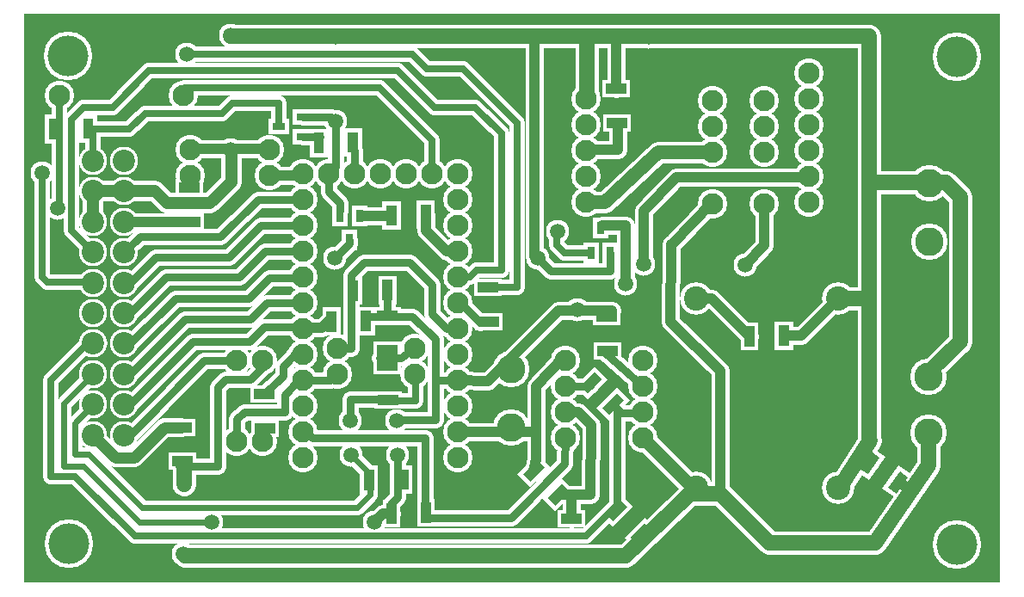
<source format=gbr>
%FSLAX34Y34*%
%MOMM*%
%LNCOPPER_TOP*%
G71*
G01*
%ADD10C,2.900*%
%ADD11C,1.800*%
%ADD12C,2.300*%
%ADD13C,1.600*%
%ADD14C,2.100*%
%ADD15C,1.400*%
%ADD16R,2.800X1.800*%
%ADD17C,1.500*%
%ADD18C,2.150*%
%ADD19R,1.800X2.800*%
%ADD20C,3.600*%
%ADD21R,1.600X2.100*%
%ADD22R,2.100X1.600*%
%ADD23C,4.800*%
%ADD24C,2.800*%
%ADD25C,1.900*%
%ADD26C,2.000*%
%ADD27C,3.200*%
%ADD28C,2.300*%
%ADD29C,2.100*%
%ADD30C,1.000*%
%ADD31C,0.800*%
%ADD32C,1.300*%
%ADD33C,0.600*%
%ADD34R,2.000X1.000*%
%ADD35C,0.700*%
%ADD36C,1.350*%
%ADD37R,1.000X2.000*%
%ADD38C,2.800*%
%ADD39R,0.800X1.300*%
%ADD40R,1.300X0.800*%
%ADD41C,4.000*%
%ADD42C,2.200*%
%ADD43C,1.100*%
%ADD44C,1.200*%
%ADD45C,2.400*%
%ADD46C,1.500*%
%LPD*%
G36*
X-128Y-958D02*
X959872Y-958D01*
X959872Y-560958D01*
X-128Y-560958D01*
X-128Y-958D01*
G37*
%LPC*%
X163384Y-134524D02*
G54D10*
D03*
X163384Y-159924D02*
G54D10*
D03*
X241171Y-134524D02*
G54D10*
D03*
X241171Y-159924D02*
G54D10*
D03*
G54D11*
X241171Y-159924D02*
X272921Y-159924D01*
G54D11*
X242071Y-133524D02*
X164184Y-133524D01*
X163584Y-132924D01*
G54D12*
X157731Y-534601D02*
X591421Y-534524D01*
X660821Y-467224D01*
X426292Y-437813D02*
G54D10*
D03*
X426292Y-412413D02*
G54D10*
D03*
X426292Y-387013D02*
G54D10*
D03*
X426292Y-361613D02*
G54D10*
D03*
X426292Y-234613D02*
G54D10*
D03*
X426292Y-209213D02*
G54D10*
D03*
X426292Y-183813D02*
G54D10*
D03*
X426292Y-158413D02*
G54D10*
D03*
X273892Y-437813D02*
G54D10*
D03*
X273892Y-412413D02*
G54D10*
D03*
X273892Y-387013D02*
G54D10*
D03*
X273892Y-361613D02*
G54D10*
D03*
X273892Y-234613D02*
G54D10*
D03*
X273892Y-209213D02*
G54D10*
D03*
X273892Y-183813D02*
G54D10*
D03*
X273892Y-158413D02*
G54D10*
D03*
X426292Y-336213D02*
G54D10*
D03*
X273892Y-336213D02*
G54D10*
D03*
X426292Y-310813D02*
G54D10*
D03*
X273892Y-310813D02*
G54D10*
D03*
X426292Y-285413D02*
G54D10*
D03*
X273892Y-285413D02*
G54D10*
D03*
X426292Y-260013D02*
G54D10*
D03*
X273892Y-260013D02*
G54D10*
D03*
X531721Y-342424D02*
G54D10*
D03*
X607921Y-342424D02*
G54D10*
D03*
X531721Y-367824D02*
G54D10*
D03*
X531721Y-393224D02*
G54D10*
D03*
X531721Y-418624D02*
G54D10*
D03*
X607921Y-367824D02*
G54D10*
D03*
X607921Y-393224D02*
G54D10*
D03*
X607921Y-418624D02*
G54D10*
D03*
G54D13*
X277377Y-412174D02*
X283281Y-418078D01*
X394421Y-418078D01*
X394421Y-496924D01*
X478521Y-496924D01*
X531621Y-443824D01*
X531721Y-418624D01*
G54D11*
X428521Y-412224D02*
X503021Y-412224D01*
X503021Y-367924D01*
X530121Y-338924D01*
G54D11*
X531721Y-393224D02*
X544421Y-393224D01*
X557121Y-405924D01*
X556721Y-474224D01*
X525412Y-474218D01*
G36*
X575475Y-401252D02*
X562747Y-388524D01*
X582546Y-368726D01*
X595274Y-381454D01*
X575475Y-401252D01*
G37*
G36*
X553979Y-380322D02*
X541251Y-367594D01*
X561050Y-347795D01*
X573778Y-360523D01*
X553979Y-380322D01*
G37*
G54D13*
X532021Y-367524D02*
X555721Y-367524D01*
X557321Y-365924D01*
G54D13*
X609021Y-394124D02*
X587221Y-394124D01*
X579621Y-386524D01*
G54D13*
X582521Y-393224D02*
X582521Y-489320D01*
G54D14*
X607921Y-418624D02*
X658721Y-469424D01*
G54D12*
X800592Y-281053D02*
X831233Y-281053D01*
G54D12*
X801321Y-468024D02*
X831999Y-420478D01*
X208743Y-421386D02*
G54D10*
D03*
X234143Y-421386D02*
G54D10*
D03*
X208743Y-342012D02*
G54D10*
D03*
X234143Y-342011D02*
G54D10*
D03*
G54D15*
X67391Y-355595D02*
X38402Y-384584D01*
X38402Y-445944D01*
X57632Y-445944D01*
X113312Y-501624D01*
X184304Y-501624D01*
G54D13*
X360355Y-483566D02*
X366953Y-476968D01*
X366953Y-434924D01*
G54D12*
X552921Y-83924D02*
X552921Y-26103D01*
X383897Y-356018D02*
G54D10*
D03*
X383897Y-330618D02*
G54D10*
D03*
X307697Y-356018D02*
G54D10*
D03*
X307697Y-330618D02*
G54D10*
D03*
G54D15*
X321353Y-435094D02*
X340107Y-453847D01*
X340107Y-474624D01*
X327407Y-487324D01*
X115495Y-487324D01*
X62743Y-434572D01*
X49453Y-434572D01*
X49453Y-403534D01*
X67391Y-385595D01*
G54D13*
X349618Y-339457D02*
X370428Y-339457D01*
X383526Y-330042D01*
G54D13*
X306473Y-330332D02*
X320888Y-330332D01*
X320888Y-257914D01*
X333588Y-245214D01*
X378649Y-245214D01*
X357192Y-346978D02*
G54D16*
D03*
X357692Y-380778D02*
G54D16*
D03*
G54D17*
X363266Y-381857D02*
X384473Y-381857D01*
X384473Y-353932D01*
G54D11*
X552321Y-134524D02*
X581938Y-134524D01*
X677116Y-86184D02*
G54D10*
D03*
X727916Y-86184D02*
G54D10*
D03*
X677116Y-111584D02*
G54D10*
D03*
X677116Y-136984D02*
G54D10*
D03*
X727916Y-111584D02*
G54D10*
D03*
X727916Y-136984D02*
G54D10*
D03*
X677116Y-187784D02*
G54D10*
D03*
X727916Y-187784D02*
G54D10*
D03*
G54D18*
X677116Y-136984D02*
X623175Y-137423D01*
X571300Y-186124D01*
X552621Y-186124D01*
G54D11*
X677116Y-187784D02*
X676882Y-186457D01*
X636821Y-227824D01*
X636521Y-228124D01*
G54D13*
X571304Y-334359D02*
X607921Y-367824D01*
G54D11*
X426121Y-362024D02*
X456021Y-362324D01*
X525468Y-292877D01*
X577587Y-293146D01*
G54D11*
X501159Y-450671D02*
X503021Y-439815D01*
X503021Y-412224D01*
G54D12*
X202681Y-22664D02*
X831321Y-22664D01*
X831321Y-420776D01*
G54D17*
X583921Y-483784D02*
X552438Y-515267D01*
X108736Y-515267D01*
X49719Y-456250D01*
X26208Y-456250D01*
X26208Y-361450D01*
X62337Y-325320D01*
X73741Y-325595D01*
X713483Y-318143D02*
G54D19*
D03*
G36*
X738282Y-303643D02*
X756282Y-303643D01*
X756283Y-331643D01*
X738283Y-331643D01*
X738282Y-303643D01*
G37*
G54D12*
X659241Y-473184D02*
X684281Y-473184D01*
X733021Y-521924D01*
X836721Y-521424D01*
X889454Y-445038D01*
X889454Y-420838D01*
X889034Y-357853D02*
G54D20*
D03*
X889034Y-413653D02*
G54D20*
D03*
G54D12*
X831953Y-167224D02*
X906221Y-167224D01*
X920335Y-181338D01*
X920335Y-323232D01*
X890154Y-353413D01*
G54D13*
X273721Y-361524D02*
X300821Y-361524D01*
X308231Y-355672D01*
X299292Y-158413D02*
G54D10*
D03*
X324692Y-158413D02*
G54D10*
D03*
X350092Y-158413D02*
G54D10*
D03*
X375492Y-158413D02*
G54D10*
D03*
X400892Y-158413D02*
G54D10*
D03*
G54D13*
X378649Y-245214D02*
X400874Y-267439D01*
X400874Y-296189D01*
X415209Y-310523D01*
X425221Y-310524D01*
G54D17*
X401021Y-159124D02*
X401021Y-125152D01*
G54D17*
X250120Y-112218D02*
X250120Y-89006D01*
X204521Y-89006D01*
X194665Y-98861D01*
X118612Y-98861D01*
X102690Y-114783D01*
X67391Y-114783D01*
X67391Y-145595D01*
G54D17*
X46491Y-104649D02*
X58137Y-93003D01*
X86712Y-93003D01*
X122552Y-57162D01*
X367332Y-57162D01*
X403105Y-92935D01*
X443642Y-92935D01*
X469721Y-119014D01*
X469721Y-253118D01*
X444927Y-253118D01*
X437921Y-260124D01*
X428421Y-260124D01*
G54D13*
X427921Y-284824D02*
X447919Y-304822D01*
G54D17*
X159833Y-40408D02*
X381777Y-40408D01*
X396146Y-54778D01*
X431523Y-54778D01*
X484892Y-108146D01*
X484892Y-270544D01*
X456082Y-270544D01*
X573225Y-332760D02*
G54D16*
D03*
X572725Y-298960D02*
G54D16*
D03*
G54D11*
X684281Y-473184D02*
X684281Y-352486D01*
X635633Y-303838D01*
X635921Y-228424D01*
G54D11*
X568114Y-209548D02*
X591184Y-209586D01*
X591340Y-267017D01*
G54D13*
X576500Y-254065D02*
X517702Y-254065D01*
X505002Y-241365D01*
X557277Y-236175D02*
G54D21*
D03*
X576399Y-236098D02*
G54D21*
D03*
X566886Y-212015D02*
G54D21*
D03*
G54D13*
X576500Y-254065D02*
X576500Y-236200D01*
X576399Y-236098D01*
X274281Y-121827D02*
G54D22*
D03*
X274204Y-102704D02*
G54D22*
D03*
X250120Y-112218D02*
G54D22*
D03*
G36*
X280536Y-114137D02*
X298536Y-114137D01*
X298536Y-142137D01*
X280536Y-142137D01*
X280536Y-114137D01*
G37*
G36*
X314336Y-113637D02*
X332336Y-113637D01*
X332336Y-141637D01*
X314336Y-141637D01*
X314336Y-113637D01*
G37*
G54D13*
X274281Y-121827D02*
X290565Y-121827D01*
G54D13*
X323336Y-127637D02*
X324692Y-136774D01*
X324692Y-158413D01*
G54D13*
X274204Y-102704D02*
X301762Y-102704D01*
X306116Y-107059D01*
X306116Y-151589D01*
X299292Y-158413D01*
X356572Y-298379D02*
G54D16*
D03*
X357072Y-332179D02*
G54D16*
D03*
X395069Y-491958D02*
G54D19*
D03*
X361269Y-492458D02*
G54D19*
D03*
G36*
X586179Y-473222D02*
X598907Y-485951D01*
X579108Y-505749D01*
X566380Y-493021D01*
X586179Y-473222D01*
G37*
G36*
X610432Y-496769D02*
X623161Y-509496D01*
X603362Y-529296D01*
X590634Y-516569D01*
X610432Y-496769D01*
G37*
G36*
X858793Y-478859D02*
X844048Y-468535D01*
X860108Y-445598D01*
X874853Y-455923D01*
X858793Y-478859D01*
G37*
G36*
X830818Y-459882D02*
X816074Y-449557D01*
X832134Y-426621D01*
X846879Y-436945D01*
X830818Y-459882D01*
G37*
G54D11*
X859450Y-462229D02*
X860849Y-462229D01*
X871152Y-469521D01*
G36*
X504694Y-434407D02*
X517422Y-447135D01*
X497623Y-466934D01*
X484895Y-454206D01*
X504694Y-434407D01*
G37*
G36*
X528947Y-457954D02*
X541676Y-470681D01*
X521878Y-490481D01*
X509149Y-477754D01*
X528947Y-457954D01*
G37*
X538298Y-531486D02*
G54D16*
D03*
X537798Y-497686D02*
G54D16*
D03*
G54D11*
X537798Y-497686D02*
X537798Y-476013D01*
X537941Y-475870D01*
X456082Y-270544D02*
G54D16*
D03*
X456582Y-304344D02*
G54D16*
D03*
X582869Y-108111D02*
G54D16*
D03*
X582369Y-74311D02*
G54D16*
D03*
G54D11*
X583521Y-134424D02*
X583521Y-108763D01*
G54D11*
X582369Y-74311D02*
X582369Y-25469D01*
G54D11*
X831476Y-443251D02*
X829223Y-443251D01*
X823526Y-437555D01*
X889875Y-167523D02*
G54D20*
D03*
X889895Y-225358D02*
G54D20*
D03*
X552621Y-84524D02*
G54D10*
D03*
X552621Y-109924D02*
G54D10*
D03*
X552621Y-135324D02*
G54D10*
D03*
X552621Y-160724D02*
G54D10*
D03*
X552621Y-186124D02*
G54D10*
D03*
X771709Y-59090D02*
G54D10*
D03*
X771709Y-84490D02*
G54D10*
D03*
X771709Y-109890D02*
G54D10*
D03*
X771709Y-135290D02*
G54D10*
D03*
X771709Y-160690D02*
G54D10*
D03*
X771709Y-186090D02*
G54D10*
D03*
X917675Y-523068D02*
G54D23*
D03*
X67391Y-145595D02*
G54D24*
D03*
X67391Y-175595D02*
G54D24*
D03*
X67391Y-205595D02*
G54D24*
D03*
X67391Y-235595D02*
G54D24*
D03*
X67391Y-265595D02*
G54D24*
D03*
X67391Y-295595D02*
G54D24*
D03*
X67391Y-325595D02*
G54D24*
D03*
X67391Y-355595D02*
G54D24*
D03*
X67391Y-385595D02*
G54D24*
D03*
X67391Y-415595D02*
G54D24*
D03*
X97391Y-145595D02*
G54D24*
D03*
X97391Y-175595D02*
G54D24*
D03*
X97391Y-205595D02*
G54D24*
D03*
X97391Y-235595D02*
G54D24*
D03*
X97391Y-265595D02*
G54D24*
D03*
X97391Y-295595D02*
G54D24*
D03*
X97391Y-325595D02*
G54D24*
D03*
X97391Y-355595D02*
G54D24*
D03*
X97391Y-385595D02*
G54D24*
D03*
X97391Y-415595D02*
G54D24*
D03*
X236465Y-408898D02*
G54D16*
D03*
X235965Y-375098D02*
G54D16*
D03*
G54D13*
X270907Y-330746D02*
X254002Y-347652D01*
X254002Y-357062D01*
X235965Y-375098D01*
X162304Y-171682D02*
G54D16*
D03*
X162804Y-205482D02*
G54D16*
D03*
G54D11*
X163640Y-205540D02*
X97391Y-205595D01*
G54D11*
X501644Y-239573D02*
X501644Y-25892D01*
G54D13*
X233361Y-341458D02*
X233361Y-349820D01*
X222035Y-361146D01*
X197525Y-361146D01*
X190007Y-368664D01*
X190007Y-446534D01*
X155987Y-446534D01*
G54D13*
X210331Y-342400D02*
X176936Y-342400D01*
X103741Y-415595D01*
G54D13*
X97391Y-235595D02*
X113530Y-220288D01*
X192778Y-220288D01*
X229507Y-183559D01*
X273867Y-183559D01*
X34051Y-81261D02*
G54D10*
D03*
X156595Y-81182D02*
G54D10*
D03*
X917299Y-43346D02*
G54D23*
D03*
G54D25*
X67391Y-415595D02*
X89341Y-437546D01*
X107818Y-437546D01*
X137614Y-407750D01*
X154907Y-407750D01*
G54D17*
X157963Y-73817D02*
X349246Y-73817D01*
X401021Y-125152D01*
G54D26*
X97391Y-175595D02*
X127941Y-175318D01*
X140136Y-187514D01*
X182506Y-187514D01*
X203331Y-166689D01*
X203331Y-133725D01*
X203173Y-133567D01*
G54D26*
X103741Y-175595D02*
X67391Y-175595D01*
X67391Y-205595D01*
G54D17*
X46491Y-104649D02*
X46491Y-214695D01*
X67391Y-235595D01*
G54D13*
X274332Y-209588D02*
X232087Y-209588D01*
X201371Y-240304D01*
X129032Y-240304D01*
X103741Y-265595D01*
G54D13*
X273831Y-234450D02*
X237017Y-234450D01*
X211140Y-260327D01*
X139010Y-260327D01*
X103741Y-295595D01*
G54D13*
X273588Y-260517D02*
X241046Y-260517D01*
X220815Y-280749D01*
X148588Y-280749D01*
X103741Y-325595D01*
G54D13*
X273588Y-285796D02*
X238234Y-285796D01*
X222211Y-301819D01*
X157517Y-301819D01*
X103741Y-355595D01*
G54D13*
X208768Y-421076D02*
X208768Y-400096D01*
X215918Y-392946D01*
X255701Y-392946D01*
X255701Y-375917D01*
X268310Y-363309D01*
G54D13*
X404006Y-361450D02*
X404006Y-321313D01*
X381236Y-298544D01*
X335816Y-298544D01*
G36*
X314186Y-259328D02*
X332186Y-259328D01*
X332186Y-287328D01*
X314186Y-287328D01*
X314186Y-259328D01*
G37*
G36*
X347986Y-258828D02*
X365986Y-258828D01*
X365986Y-286828D01*
X347986Y-286828D01*
X347986Y-258828D01*
G37*
G54D13*
X357184Y-269502D02*
X357184Y-298293D01*
X357404Y-298513D01*
G36*
X293019Y-289788D02*
X311019Y-289788D01*
X311019Y-317788D01*
X293019Y-317788D01*
X293019Y-289788D01*
G37*
G36*
X326819Y-289288D02*
X344819Y-289288D01*
X344819Y-317288D01*
X326819Y-317288D01*
X326819Y-289288D01*
G37*
G54D11*
X275741Y-310087D02*
X292253Y-310087D01*
X300602Y-301739D01*
G54D13*
X103741Y-385595D02*
X165790Y-323547D01*
X221190Y-323547D01*
X235581Y-309156D01*
X273150Y-309156D01*
X276060Y-312066D01*
G54D17*
X34051Y-186754D02*
X34051Y-84436D01*
G54D13*
X426292Y-361613D02*
X404104Y-361613D01*
X404104Y-400866D01*
X367520Y-400866D01*
G54D13*
X320853Y-401294D02*
X320853Y-380318D01*
X356897Y-380318D01*
X357531Y-380952D01*
X660856Y-281119D02*
G54D27*
D03*
X800414Y-467476D02*
G54D27*
D03*
X660579Y-467468D02*
G54D27*
D03*
X800592Y-281053D02*
G54D27*
D03*
G36*
X329827Y-445790D02*
X347827Y-445790D01*
X347828Y-473790D01*
X329828Y-473790D01*
X329827Y-445790D01*
G37*
G36*
X363627Y-445290D02*
X381627Y-445290D01*
X381628Y-473290D01*
X363628Y-473290D01*
X363627Y-445290D01*
G37*
G36*
X19904Y-100406D02*
X37904Y-100406D01*
X37905Y-128406D01*
X19905Y-128406D01*
X19904Y-100406D01*
G37*
G36*
X53705Y-99906D02*
X71705Y-99906D01*
X71705Y-127906D01*
X53705Y-127906D01*
X53705Y-99906D01*
G37*
X155407Y-441550D02*
G54D16*
D03*
X154907Y-407750D02*
G54D16*
D03*
X43183Y-522176D02*
G54D23*
D03*
G54D12*
X156705Y-464332D02*
X156705Y-447253D01*
X155987Y-446534D01*
X329364Y-199495D02*
G54D21*
D03*
X310242Y-199572D02*
G54D21*
D03*
X319755Y-223655D02*
G54D21*
D03*
G36*
X352052Y-185440D02*
X370052Y-185440D01*
X370053Y-213440D01*
X352053Y-213440D01*
X352052Y-185440D01*
G37*
G36*
X385852Y-184940D02*
X403852Y-184940D01*
X403853Y-212940D01*
X385853Y-212940D01*
X385852Y-184940D01*
G37*
G54D13*
X310242Y-194763D02*
X310242Y-186822D01*
X299467Y-176047D01*
X299467Y-158588D01*
X299292Y-158413D01*
G54D11*
X331194Y-199496D02*
X360997Y-199495D01*
X361052Y-199440D01*
G54D11*
X426292Y-234613D02*
X415183Y-234613D01*
X394717Y-214147D01*
X394717Y-199075D01*
X394852Y-198940D01*
G54D13*
X319755Y-223655D02*
X319755Y-226849D01*
X305642Y-240963D01*
X321353Y-435094D02*
G54D28*
D03*
X320853Y-401294D02*
G54D28*
D03*
X156705Y-464332D02*
G54D28*
D03*
X156627Y-532922D02*
G54D28*
D03*
X505002Y-241365D02*
G54D28*
D03*
X306116Y-107059D02*
G54D28*
D03*
X306116Y-23504D02*
G54D28*
D03*
X202728Y-22425D02*
G54D28*
D03*
X203071Y-134524D02*
G54D28*
D03*
X305642Y-240963D02*
G54D28*
D03*
X343952Y-501172D02*
G54D28*
D03*
G54D11*
X361269Y-492458D02*
X352665Y-492458D01*
X343952Y-501172D01*
X184304Y-501624D02*
G54D28*
D03*
X367071Y-435053D02*
G54D28*
D03*
X366571Y-401253D02*
G54D28*
D03*
X42807Y-42455D02*
G54D23*
D03*
X17427Y-157146D02*
G54D28*
D03*
G54D17*
X17427Y-157146D02*
X17427Y-260043D01*
X22823Y-265439D01*
X67234Y-265439D01*
X67391Y-265595D01*
X159833Y-40408D02*
G54D28*
D03*
X32180Y-191910D02*
G54D28*
D03*
X524450Y-214724D02*
G54D28*
D03*
G54D17*
X557277Y-236175D02*
X531450Y-236175D01*
X523875Y-228600D01*
X523875Y-215299D01*
X524450Y-214724D01*
X591340Y-267017D02*
G54D28*
D03*
X708871Y-247760D02*
G54D28*
D03*
X608887Y-247616D02*
G54D28*
D03*
G54D11*
X708871Y-247760D02*
X727915Y-228694D01*
X727916Y-187784D01*
G54D11*
X608887Y-247616D02*
X608887Y-194388D01*
X641350Y-161925D01*
X771220Y-161925D01*
X772621Y-160524D01*
X614091Y-23504D02*
G54D28*
D03*
X543770Y-292397D02*
G54D28*
D03*
G54D11*
X660856Y-281119D02*
X676459Y-281119D01*
X713483Y-318143D01*
G54D11*
X747283Y-317643D02*
X764002Y-317643D01*
X800592Y-281053D01*
X478926Y-350282D02*
G54D20*
D03*
X478946Y-408116D02*
G54D20*
D03*
%LPD*%
X163384Y-134524D02*
G54D29*
D03*
X163384Y-159924D02*
G54D29*
D03*
X241171Y-134524D02*
G54D29*
D03*
X241171Y-159924D02*
G54D29*
D03*
G54D30*
X241171Y-159924D02*
X272921Y-159924D01*
G54D30*
X242071Y-133524D02*
X164184Y-133524D01*
X163584Y-132924D01*
G54D17*
X157731Y-534601D02*
X591421Y-534524D01*
X660821Y-467224D01*
X426292Y-437813D02*
G54D29*
D03*
X426292Y-412413D02*
G54D29*
D03*
X426292Y-387013D02*
G54D29*
D03*
X426292Y-361613D02*
G54D29*
D03*
X426292Y-234613D02*
G54D29*
D03*
X426292Y-209213D02*
G54D29*
D03*
X426292Y-183813D02*
G54D29*
D03*
X426292Y-158413D02*
G54D29*
D03*
X273892Y-437813D02*
G54D29*
D03*
X273892Y-412413D02*
G54D29*
D03*
X273892Y-387013D02*
G54D29*
D03*
X273892Y-361613D02*
G54D29*
D03*
X273892Y-234613D02*
G54D29*
D03*
X273892Y-209213D02*
G54D29*
D03*
X273892Y-183813D02*
G54D29*
D03*
X273892Y-158413D02*
G54D29*
D03*
X426292Y-336213D02*
G54D29*
D03*
X273892Y-336213D02*
G54D29*
D03*
X426292Y-310813D02*
G54D29*
D03*
X273892Y-310813D02*
G54D29*
D03*
X426292Y-285413D02*
G54D29*
D03*
X273892Y-285413D02*
G54D29*
D03*
X426292Y-260013D02*
G54D29*
D03*
X273892Y-260013D02*
G54D29*
D03*
X531721Y-342424D02*
G54D29*
D03*
X607921Y-342424D02*
G54D29*
D03*
X531721Y-367824D02*
G54D29*
D03*
X531721Y-393224D02*
G54D29*
D03*
X531721Y-418624D02*
G54D29*
D03*
X607921Y-367824D02*
G54D29*
D03*
X607921Y-393224D02*
G54D29*
D03*
X607921Y-418624D02*
G54D29*
D03*
G54D31*
X277377Y-412174D02*
X283281Y-418078D01*
X394421Y-418078D01*
X394421Y-496924D01*
X478521Y-496924D01*
X531621Y-443824D01*
X531721Y-418624D01*
G54D30*
X428521Y-412224D02*
X503021Y-412224D01*
X503021Y-367924D01*
X530121Y-338924D01*
G54D30*
X531721Y-393224D02*
X544421Y-393224D01*
X557121Y-405924D01*
X556721Y-474224D01*
X525412Y-474218D01*
G36*
X575475Y-395596D02*
X568404Y-388525D01*
X582546Y-374382D01*
X589617Y-381453D01*
X575475Y-395596D01*
G37*
G36*
X553979Y-374665D02*
X546908Y-367594D01*
X561050Y-353452D01*
X568121Y-360523D01*
X553979Y-374665D01*
G37*
G54D31*
X532021Y-367524D02*
X555721Y-367524D01*
X557321Y-365924D01*
G54D31*
X609021Y-394124D02*
X587221Y-394124D01*
X579621Y-386524D01*
G54D31*
X582521Y-393224D02*
X582521Y-489320D01*
G54D32*
X607921Y-418624D02*
X658721Y-469424D01*
G54D17*
X800592Y-281053D02*
X831233Y-281053D01*
G54D17*
X801321Y-468024D02*
X831999Y-420478D01*
X208743Y-421386D02*
G54D29*
D03*
X234143Y-421386D02*
G54D29*
D03*
X208743Y-342012D02*
G54D29*
D03*
X234143Y-342011D02*
G54D29*
D03*
G54D33*
X67391Y-355595D02*
X38402Y-384584D01*
X38402Y-445944D01*
X57632Y-445944D01*
X113312Y-501624D01*
X184304Y-501624D01*
G54D31*
X360355Y-483566D02*
X366953Y-476968D01*
X366953Y-434924D01*
G54D17*
X552921Y-83924D02*
X552921Y-26103D01*
X383897Y-356018D02*
G54D29*
D03*
X383897Y-330618D02*
G54D29*
D03*
X307697Y-356018D02*
G54D29*
D03*
X307697Y-330618D02*
G54D29*
D03*
G54D33*
X321353Y-435094D02*
X340107Y-453847D01*
X340107Y-474624D01*
X327407Y-487324D01*
X115495Y-487324D01*
X62743Y-434572D01*
X49453Y-434572D01*
X49453Y-403534D01*
X67391Y-385595D01*
G54D31*
X349618Y-339457D02*
X370428Y-339457D01*
X383526Y-330042D01*
G54D31*
X306473Y-330332D02*
X320888Y-330332D01*
X320888Y-257914D01*
X333588Y-245214D01*
X378649Y-245214D01*
X357192Y-346978D02*
G54D34*
D03*
X357692Y-380778D02*
G54D34*
D03*
G54D35*
X363266Y-381857D02*
X384473Y-381857D01*
X384473Y-353932D01*
G54D30*
X552321Y-134524D02*
X581938Y-134524D01*
X677116Y-86184D02*
G54D29*
D03*
X727916Y-86184D02*
G54D29*
D03*
X677116Y-111584D02*
G54D29*
D03*
X677116Y-136984D02*
G54D29*
D03*
X727916Y-111584D02*
G54D29*
D03*
X727916Y-136984D02*
G54D29*
D03*
X677116Y-187784D02*
G54D29*
D03*
X727916Y-187784D02*
G54D29*
D03*
G54D36*
X677116Y-136984D02*
X623175Y-137423D01*
X571300Y-186124D01*
X552621Y-186124D01*
G54D30*
X677116Y-187784D02*
X676882Y-186457D01*
X636821Y-227824D01*
X636521Y-228124D01*
G54D31*
X571304Y-334359D02*
X607921Y-367824D01*
G54D30*
X426121Y-362024D02*
X456021Y-362324D01*
X525468Y-292877D01*
X577587Y-293146D01*
G54D30*
X501159Y-450671D02*
X503021Y-439815D01*
X503021Y-412224D01*
G54D17*
X202681Y-22664D02*
X831321Y-22664D01*
X831321Y-420776D01*
G54D35*
X583921Y-483784D02*
X552438Y-515267D01*
X108736Y-515267D01*
X49719Y-456250D01*
X26208Y-456250D01*
X26208Y-361450D01*
X62337Y-325320D01*
X73741Y-325595D01*
X713483Y-318143D02*
G54D37*
D03*
G36*
X742283Y-307643D02*
X752283Y-307643D01*
X752283Y-327643D01*
X742283Y-327643D01*
X742283Y-307643D01*
G37*
G54D17*
X659241Y-473184D02*
X684281Y-473184D01*
X733021Y-521924D01*
X836721Y-521424D01*
X889454Y-445038D01*
X889454Y-420838D01*
X889034Y-357853D02*
G54D38*
D03*
X889034Y-413653D02*
G54D38*
D03*
G54D17*
X831953Y-167224D02*
X906221Y-167224D01*
X920335Y-181338D01*
X920335Y-323232D01*
X890154Y-353413D01*
G54D31*
X273721Y-361524D02*
X300821Y-361524D01*
X308231Y-355672D01*
X299292Y-158413D02*
G54D29*
D03*
X324692Y-158413D02*
G54D29*
D03*
X350092Y-158413D02*
G54D29*
D03*
X375492Y-158413D02*
G54D29*
D03*
X400892Y-158413D02*
G54D29*
D03*
G54D31*
X378649Y-245214D02*
X400874Y-267439D01*
X400874Y-296189D01*
X415209Y-310523D01*
X425221Y-310524D01*
G54D35*
X401021Y-159124D02*
X401021Y-125152D01*
G54D35*
X250120Y-112218D02*
X250120Y-89006D01*
X204521Y-89006D01*
X194665Y-98861D01*
X118612Y-98861D01*
X102690Y-114783D01*
X67391Y-114783D01*
X67391Y-145595D01*
G54D35*
X46491Y-104649D02*
X58137Y-93003D01*
X86712Y-93003D01*
X122552Y-57162D01*
X367332Y-57162D01*
X403105Y-92935D01*
X443642Y-92935D01*
X469721Y-119014D01*
X469721Y-253118D01*
X444927Y-253118D01*
X437921Y-260124D01*
X428421Y-260124D01*
G54D31*
X427921Y-284824D02*
X447919Y-304822D01*
G54D35*
X159833Y-40408D02*
X381777Y-40408D01*
X396146Y-54778D01*
X431523Y-54778D01*
X484892Y-108146D01*
X484892Y-270544D01*
X456082Y-270544D01*
X573225Y-332760D02*
G54D34*
D03*
X572725Y-298960D02*
G54D34*
D03*
G54D30*
X684281Y-473184D02*
X684281Y-352486D01*
X635633Y-303838D01*
X635921Y-228424D01*
G54D30*
X568114Y-209548D02*
X591184Y-209586D01*
X591340Y-267017D01*
G54D31*
X576500Y-254065D02*
X517702Y-254065D01*
X505002Y-241365D01*
X557277Y-236175D02*
G54D39*
D03*
X576399Y-236098D02*
G54D39*
D03*
X566886Y-212015D02*
G54D39*
D03*
G54D31*
X576500Y-254065D02*
X576500Y-236200D01*
X576399Y-236098D01*
X274281Y-121827D02*
G54D40*
D03*
X274204Y-102704D02*
G54D40*
D03*
X250120Y-112218D02*
G54D40*
D03*
G36*
X284536Y-118137D02*
X294536Y-118137D01*
X294536Y-138137D01*
X284536Y-138137D01*
X284536Y-118137D01*
G37*
G36*
X318336Y-117637D02*
X328336Y-117637D01*
X328336Y-137637D01*
X318336Y-137637D01*
X318336Y-117637D01*
G37*
G54D31*
X274281Y-121827D02*
X290565Y-121827D01*
G54D31*
X323336Y-127637D02*
X324692Y-136774D01*
X324692Y-158413D01*
G54D31*
X274204Y-102704D02*
X301762Y-102704D01*
X306116Y-107059D01*
X306116Y-151589D01*
X299292Y-158413D01*
X356572Y-298379D02*
G54D34*
D03*
X357072Y-332179D02*
G54D34*
D03*
X395069Y-491958D02*
G54D37*
D03*
X361269Y-492458D02*
G54D37*
D03*
G36*
X586179Y-478879D02*
X593250Y-485950D01*
X579108Y-500092D01*
X572037Y-493021D01*
X586179Y-478879D01*
G37*
G36*
X610432Y-502426D02*
X617504Y-509496D01*
X603362Y-523639D01*
X596291Y-516568D01*
X610432Y-502426D01*
G37*
G36*
X857810Y-473288D02*
X849619Y-467552D01*
X861090Y-451169D01*
X869282Y-456905D01*
X857810Y-473288D01*
G37*
G36*
X829836Y-454311D02*
X821645Y-448575D01*
X833116Y-432192D01*
X841308Y-437928D01*
X829836Y-454311D01*
G37*
G54D30*
X859450Y-462229D02*
X860849Y-462229D01*
X871152Y-469521D01*
G36*
X504694Y-440064D02*
X511765Y-447135D01*
X497623Y-461277D01*
X490552Y-454206D01*
X504694Y-440064D01*
G37*
G36*
X528947Y-463611D02*
X536019Y-470682D01*
X521877Y-484824D01*
X514806Y-477754D01*
X528947Y-463611D01*
G37*
X538298Y-531486D02*
G54D34*
D03*
X537798Y-497686D02*
G54D34*
D03*
G54D30*
X537798Y-497686D02*
X537798Y-476013D01*
X537941Y-475870D01*
X456082Y-270544D02*
G54D34*
D03*
X456582Y-304344D02*
G54D34*
D03*
X582869Y-108111D02*
G54D34*
D03*
X582369Y-74311D02*
G54D34*
D03*
G54D30*
X583521Y-134424D02*
X583521Y-108763D01*
G54D30*
X582369Y-74311D02*
X582369Y-25469D01*
G54D30*
X831476Y-443251D02*
X829223Y-443251D01*
X823526Y-437555D01*
X889875Y-167523D02*
G54D38*
D03*
X889895Y-225358D02*
G54D38*
D03*
X552621Y-84524D02*
G54D29*
D03*
X552621Y-109924D02*
G54D29*
D03*
X552621Y-135324D02*
G54D29*
D03*
X552621Y-160724D02*
G54D29*
D03*
X552621Y-186124D02*
G54D29*
D03*
X771709Y-59090D02*
G54D29*
D03*
X771709Y-84490D02*
G54D29*
D03*
X771709Y-109890D02*
G54D29*
D03*
X771709Y-135290D02*
G54D29*
D03*
X771709Y-160690D02*
G54D29*
D03*
X771709Y-186090D02*
G54D29*
D03*
X917675Y-523068D02*
G54D41*
D03*
X67391Y-145595D02*
G54D42*
D03*
X67391Y-175595D02*
G54D42*
D03*
X67391Y-205595D02*
G54D42*
D03*
X67391Y-235595D02*
G54D42*
D03*
X67391Y-265595D02*
G54D42*
D03*
X67391Y-295595D02*
G54D42*
D03*
X67391Y-325595D02*
G54D42*
D03*
X67391Y-355595D02*
G54D42*
D03*
X67391Y-385595D02*
G54D42*
D03*
X67391Y-415595D02*
G54D42*
D03*
X97391Y-145595D02*
G54D42*
D03*
X97391Y-175595D02*
G54D42*
D03*
X97391Y-205595D02*
G54D42*
D03*
X97391Y-235595D02*
G54D42*
D03*
X97391Y-265595D02*
G54D42*
D03*
X97391Y-295595D02*
G54D42*
D03*
X97391Y-325595D02*
G54D42*
D03*
X97391Y-355595D02*
G54D42*
D03*
X97391Y-385595D02*
G54D42*
D03*
X97391Y-415595D02*
G54D42*
D03*
X236465Y-408898D02*
G54D34*
D03*
X235965Y-375098D02*
G54D34*
D03*
G54D31*
X270907Y-330746D02*
X254002Y-347652D01*
X254002Y-357062D01*
X235965Y-375098D01*
X162304Y-171682D02*
G54D34*
D03*
X162804Y-205482D02*
G54D34*
D03*
G54D30*
X163640Y-205540D02*
X97391Y-205595D01*
G54D30*
X501644Y-239573D02*
X501644Y-25892D01*
G54D31*
X233361Y-341458D02*
X233361Y-349820D01*
X222035Y-361146D01*
X197525Y-361146D01*
X190007Y-368664D01*
X190007Y-446534D01*
X155987Y-446534D01*
G54D31*
X210331Y-342400D02*
X176936Y-342400D01*
X103741Y-415595D01*
G54D31*
X97391Y-235595D02*
X113530Y-220288D01*
X192778Y-220288D01*
X229507Y-183559D01*
X273867Y-183559D01*
X34051Y-81261D02*
G54D29*
D03*
X156595Y-81182D02*
G54D29*
D03*
X917299Y-43346D02*
G54D41*
D03*
G54D43*
X67391Y-415595D02*
X89341Y-437546D01*
X107818Y-437546D01*
X137614Y-407750D01*
X154907Y-407750D01*
G54D35*
X157963Y-73817D02*
X349246Y-73817D01*
X401021Y-125152D01*
G54D44*
X97391Y-175595D02*
X127941Y-175318D01*
X140136Y-187514D01*
X182506Y-187514D01*
X203331Y-166689D01*
X203331Y-133725D01*
X203173Y-133567D01*
G54D44*
X103741Y-175595D02*
X67391Y-175595D01*
X67391Y-205595D01*
G54D35*
X46491Y-104649D02*
X46491Y-214695D01*
X67391Y-235595D01*
G54D31*
X274332Y-209588D02*
X232087Y-209588D01*
X201371Y-240304D01*
X129032Y-240304D01*
X103741Y-265595D01*
G54D31*
X273831Y-234450D02*
X237017Y-234450D01*
X211140Y-260327D01*
X139010Y-260327D01*
X103741Y-295595D01*
G54D31*
X273588Y-260517D02*
X241046Y-260517D01*
X220815Y-280749D01*
X148588Y-280749D01*
X103741Y-325595D01*
G54D31*
X273588Y-285796D02*
X238234Y-285796D01*
X222211Y-301819D01*
X157517Y-301819D01*
X103741Y-355595D01*
G54D31*
X208768Y-421076D02*
X208768Y-400096D01*
X215918Y-392946D01*
X255701Y-392946D01*
X255701Y-375917D01*
X268310Y-363309D01*
G54D31*
X404006Y-361450D02*
X404006Y-321313D01*
X381236Y-298544D01*
X335816Y-298544D01*
G36*
X318186Y-263328D02*
X328186Y-263328D01*
X328186Y-283328D01*
X318186Y-283328D01*
X318186Y-263328D01*
G37*
G36*
X351986Y-262828D02*
X361986Y-262828D01*
X361986Y-282828D01*
X351986Y-282828D01*
X351986Y-262828D01*
G37*
G54D31*
X357184Y-269502D02*
X357184Y-298293D01*
X357404Y-298513D01*
G36*
X297019Y-293788D02*
X307019Y-293788D01*
X307019Y-313788D01*
X297019Y-313788D01*
X297019Y-293788D01*
G37*
G36*
X330819Y-293288D02*
X340819Y-293288D01*
X340819Y-313288D01*
X330819Y-313288D01*
X330819Y-293288D01*
G37*
G54D30*
X275741Y-310087D02*
X292253Y-310087D01*
X300602Y-301739D01*
G54D31*
X103741Y-385595D02*
X165790Y-323547D01*
X221190Y-323547D01*
X235581Y-309156D01*
X273150Y-309156D01*
X276060Y-312066D01*
G54D35*
X34051Y-186754D02*
X34051Y-84436D01*
G54D31*
X426292Y-361613D02*
X404104Y-361613D01*
X404104Y-400866D01*
X367520Y-400866D01*
G54D31*
X320853Y-401294D02*
X320853Y-380318D01*
X356897Y-380318D01*
X357531Y-380952D01*
X660856Y-281119D02*
G54D45*
D03*
X800414Y-467476D02*
G54D45*
D03*
X660579Y-467468D02*
G54D45*
D03*
X800592Y-281053D02*
G54D45*
D03*
G36*
X333827Y-449790D02*
X343827Y-449790D01*
X343828Y-469790D01*
X333828Y-469790D01*
X333827Y-449790D01*
G37*
G36*
X367627Y-449290D02*
X377627Y-449290D01*
X377628Y-469290D01*
X367628Y-469290D01*
X367627Y-449290D01*
G37*
G36*
X23905Y-104406D02*
X33905Y-104406D01*
X33905Y-124406D01*
X23905Y-124406D01*
X23905Y-104406D01*
G37*
G36*
X57705Y-103906D02*
X67705Y-103906D01*
X67705Y-123906D01*
X57705Y-123906D01*
X57705Y-103906D01*
G37*
X155407Y-441550D02*
G54D34*
D03*
X154907Y-407750D02*
G54D34*
D03*
X43183Y-522176D02*
G54D41*
D03*
G54D17*
X156705Y-464332D02*
X156705Y-447253D01*
X155987Y-446534D01*
X329364Y-199495D02*
G54D39*
D03*
X310242Y-199572D02*
G54D39*
D03*
X319755Y-223655D02*
G54D39*
D03*
G36*
X356052Y-189440D02*
X366052Y-189440D01*
X366053Y-209440D01*
X356053Y-209440D01*
X356052Y-189440D01*
G37*
G36*
X389852Y-188940D02*
X399852Y-188940D01*
X399853Y-208940D01*
X389853Y-208940D01*
X389852Y-188940D01*
G37*
G54D31*
X310242Y-194763D02*
X310242Y-186822D01*
X299467Y-176047D01*
X299467Y-158588D01*
X299292Y-158413D01*
G54D30*
X331194Y-199496D02*
X360997Y-199495D01*
X361052Y-199440D01*
G54D30*
X426292Y-234613D02*
X415183Y-234613D01*
X394717Y-214147D01*
X394717Y-199075D01*
X394852Y-198940D01*
G54D31*
X319755Y-223655D02*
X319755Y-226849D01*
X305642Y-240963D01*
X321353Y-435094D02*
G54D46*
D03*
X320853Y-401294D02*
G54D46*
D03*
X156705Y-464332D02*
G54D46*
D03*
X156627Y-532922D02*
G54D46*
D03*
X505002Y-241365D02*
G54D46*
D03*
X306116Y-107059D02*
G54D46*
D03*
X306116Y-23504D02*
G54D46*
D03*
X202728Y-22425D02*
G54D46*
D03*
X203071Y-134524D02*
G54D46*
D03*
X305642Y-240963D02*
G54D46*
D03*
X343952Y-501172D02*
G54D46*
D03*
G54D30*
X361269Y-492458D02*
X352665Y-492458D01*
X343952Y-501172D01*
X184304Y-501624D02*
G54D46*
D03*
X367071Y-435053D02*
G54D46*
D03*
X366571Y-401253D02*
G54D46*
D03*
X42807Y-42455D02*
G54D41*
D03*
X17427Y-157146D02*
G54D46*
D03*
G54D35*
X17427Y-157146D02*
X17427Y-260043D01*
X22823Y-265439D01*
X67234Y-265439D01*
X67391Y-265595D01*
X159833Y-40408D02*
G54D46*
D03*
X32180Y-191910D02*
G54D46*
D03*
X524450Y-214724D02*
G54D46*
D03*
G54D35*
X557277Y-236175D02*
X531450Y-236175D01*
X523875Y-228600D01*
X523875Y-215299D01*
X524450Y-214724D01*
X591340Y-267017D02*
G54D46*
D03*
X708871Y-247760D02*
G54D46*
D03*
X608887Y-247616D02*
G54D46*
D03*
G54D30*
X708871Y-247760D02*
X727915Y-228694D01*
X727916Y-187784D01*
G54D30*
X608887Y-247616D02*
X608887Y-194388D01*
X641350Y-161925D01*
X771220Y-161925D01*
X772621Y-160524D01*
X614091Y-23504D02*
G54D46*
D03*
X543770Y-292397D02*
G54D46*
D03*
G54D30*
X660856Y-281119D02*
X676459Y-281119D01*
X713483Y-318143D01*
G54D30*
X747283Y-317643D02*
X764002Y-317643D01*
X800592Y-281053D01*
X478926Y-350282D02*
G54D38*
D03*
X478946Y-408116D02*
G54D38*
D03*
M02*

</source>
